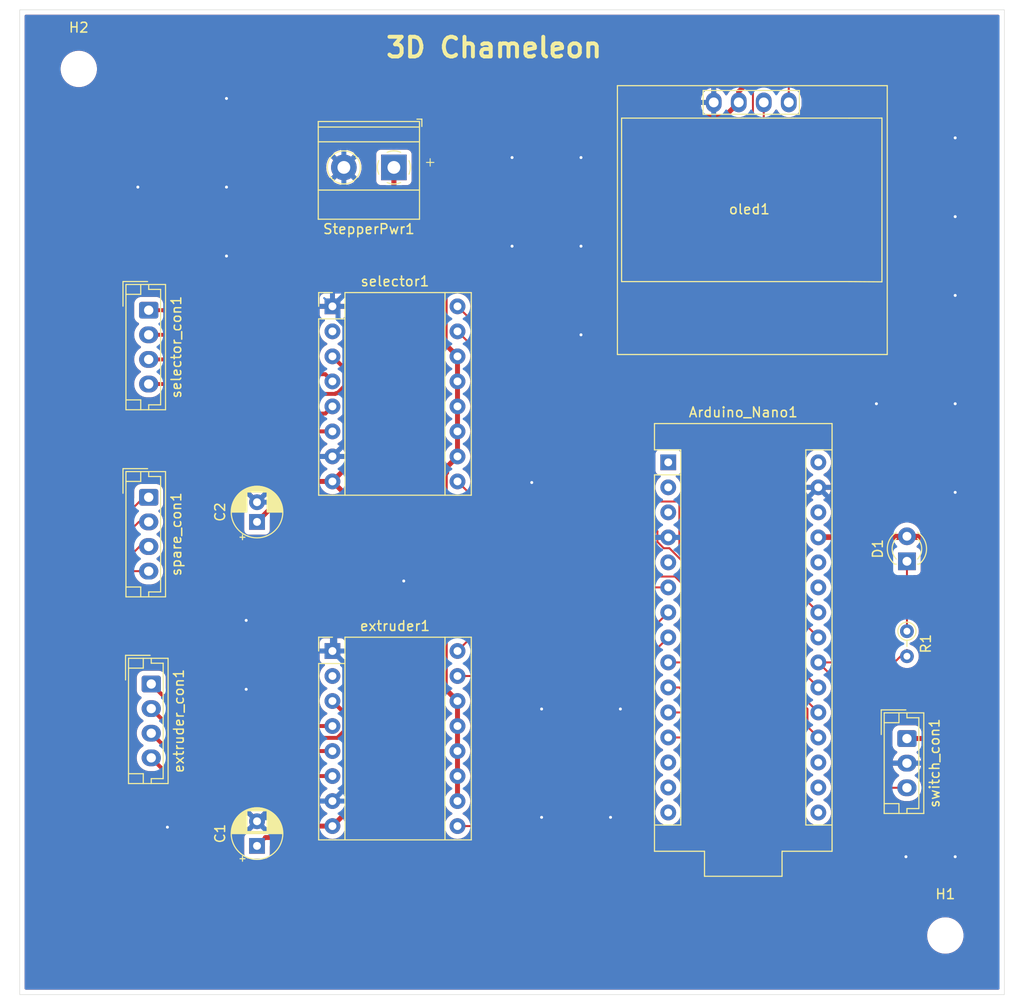
<source format=kicad_pcb>
(kicad_pcb (version 20240108) (generator "pcbnew") (generator_version "8.0")
  (layers (0 "F.Cu" signal) (31 "B.Cu" signal) (34 "B.Paste" user) (35 "F.Paste" user) (36 "B.SilkS" user "B.Silkscreen") (37 "F.SilkS" user "F.Silkscreen") (38 "B.Mask" user) (39 "F.Mask" user) (44 "Edge.Cuts" user))
  (net 0 "")
  (net 1 "GND")
  (net 2 "+12V")
  (net 3 "/extDir")
  (net 4 "/extEnable")
  (net 5 "/spare2")
  (net 6 "/spare1")
  (net 7 "/selEnable")
  (net 8 "/selStep")
  (net 9 "/trigger")
  (net 10 "/extStep")
  (net 11 "/spare3")
  (net 12 "/spare0")
  (net 13 "/setDir")
  (net 14 "Net-(D1-K)")
  (net 15 "/SDA")
  (net 16 "/SCK")
  (net 17 "Net-(extruder1-B1)")
  (net 18 "Net-(extruder1-B2)")
  (net 20 "Net-(extruder1-A1)")
  (net 21 "Net-(extruder1-A2)")
  (net 22 "Net-(selector1-A2)")
  (net 23 "Net-(selector1-B2)")
  (net 25 "Net-(selector1-B1)")
  (net 26 "Net-(selector1-A1)")
  (net 36 "Net-(Arduino_Nano1-+5V)")
  (footprint "SSD1306:128x64OLED" (layer "F.Cu") (at 174.1 70)
    (property "Reference" "oled1" (at 0 0.254 0) (layer "F.SilkS"))
    (property "Value" "SSD1306" (hide yes))
    (pad "1" thru_hole oval (at -3.62 -10.6 90) (size 2 1.6) (drill 1) (layers "*.Cu" "*.Mask") (net 1 "GND"))
    (pad "2" thru_hole oval (at -1.08 -10.6 90) (size 2 1.6) (drill 1) (layers "*.Cu" "*.Mask") (net 36 "Net-(Arduino_Nano1-+5V)"))
    (pad "3" thru_hole oval (at 1.46 -10.6 90) (size 2 1.6) (drill 1) (layers "*.Cu" "*.Mask") (net 16 "/SCK"))
    (pad "4" thru_hole oval (at 4 -10.6 90) (size 2 1.6) (drill 1) (layers "*.Cu" "*.Mask") (net 15 "/SDA"))
  )
  (footprint "Connector_JST:JST_EH_B4B-EH-A_1x04_P2.50mm_Vertical" (layer "F.Cu") (at 113.1 99.5 -90)
    (property "Reference" "spare_con1" (at 3.75 -2.8 90) (layer "F.SilkS"))
    (property "Value" "JST_connector")
    (pad "1" thru_hole roundrect (at 0 0 270) (size 1.7 1.95) (drill 0.95) (layers "*.Cu" "*.Mask") (roundrect_rratio 0.147059) (net 12 "/spare0"))
    (pad "2" thru_hole oval (at 2.5 0 270) (size 1.7 1.95) (drill 0.95) (layers "*.Cu" "*.Mask") (net 6 "/spare1"))
    (pad "3" thru_hole oval (at 5 0 270) (size 1.7 1.95) (drill 0.95) (layers "*.Cu" "*.Mask") (net 5 "/spare2"))
    (pad "4" thru_hole oval (at 7.5 0 270) (size 1.7 1.95) (drill 0.95) (layers "*.Cu" "*.Mask") (net 11 "/spare3"))
  )
  (footprint "MountingHole:MountingHole_3.2mm_M3" (layer "F.Cu") (at 194 144)
    (property "Reference" "H1" (at 0 -4.2 0) (layer "F.SilkS"))
    (property "Value" "MountingHole")
    (pad "" np_thru_hole circle (at 0 0) (size 3.2 3.2) (drill 3.2) (layers "*.Cu" "*.Mask"))
  )
  (footprint "Connector_JST:JST_EH_B3B-EH-A_1x03_P2.50mm_Vertical" (layer "F.Cu") (at 190.1 124 -90)
    (property "Reference" "switch_con1" (at 2.5 -2.8 90) (layer "F.SilkS"))
    (property "Value" "JST_connector")
    (pad "1" thru_hole roundrect (at 0 0 270) (size 1.7 1.95) (drill 0.95) (layers "*.Cu" "*.Mask") (roundrect_rratio 0.147059) (net 36 "Net-(Arduino_Nano1-+5V)"))
    (pad "2" thru_hole oval (at 2.5 0 270) (size 1.7 1.95) (drill 0.95) (layers "*.Cu" "*.Mask") (net 1 "GND"))
    (pad "3" thru_hole oval (at 5 0 270) (size 1.7 1.95) (drill 0.95) (layers "*.Cu" "*.Mask") (net 9 "/trigger"))
  )
  (footprint "Module:Pololu_Breakout-16_15.2x20.3mm" (layer "F.Cu") (at 131.76 115.11)
    (property "Reference" "extruder1" (at 6.35 -2.54 0) (layer "F.SilkS"))
    (property "Value" "Extruder_drv8825")
    (pad "1" thru_hole rect (at 0 0) (size 1.6 1.6) (drill 0.8) (layers "*.Cu" "*.Mask") (net 1 "GND"))
    (pad "2" thru_hole oval (at 0 2.54) (size 1.6 1.6) (drill 0.8) (layers "*.Cu" "*.Mask"))
    (pad "3" thru_hole oval (at 0 5.08) (size 1.6 1.6) (drill 0.8) (layers "*.Cu" "*.Mask") (net 21 "Net-(extruder1-A2)"))
    (pad "4" thru_hole oval (at 0 7.62) (size 1.6 1.6) (drill 0.8) (layers "*.Cu" "*.Mask") (net 20 "Net-(extruder1-A1)"))
    (pad "5" thru_hole oval (at 0 10.16) (size 1.6 1.6) (drill 0.8) (layers "*.Cu" "*.Mask") (net 17 "Net-(extruder1-B1)"))
    (pad "6" thru_hole oval (at 0 12.7) (size 1.6 1.6) (drill 0.8) (layers "*.Cu" "*.Mask") (net 18 "Net-(extruder1-B2)"))
    (pad "7" thru_hole oval (at 0 15.24) (size 1.6 1.6) (drill 0.8) (layers "*.Cu" "*.Mask") (net 1 "GND"))
    (pad "8" thru_hole oval (at 0 17.78) (size 1.6 1.6) (drill 0.8) (layers "*.Cu" "*.Mask") (net 2 "+12V"))
    (pad "9" thru_hole oval (at 12.7 17.78) (size 1.6 1.6) (drill 0.8) (layers "*.Cu" "*.Mask") (net 4 "/extEnable"))
    (pad "10" thru_hole oval (at 12.7 15.24) (size 1.6 1.6) (drill 0.8) (layers "*.Cu" "*.Mask") (net 36 "Net-(Arduino_Nano1-+5V)"))
    (pad "11" thru_hole oval (at 12.7 12.7) (size 1.6 1.6) (drill 0.8) (layers "*.Cu" "*.Mask") (net 36 "Net-(Arduino_Nano1-+5V)"))
    (pad "12" thru_hole oval (at 12.7 10.16) (size 1.6 1.6) (drill 0.8) (layers "*.Cu" "*.Mask") (net 36 "Net-(Arduino_Nano1-+5V)"))
    (pad "13" thru_hole oval (at 12.7 7.62) (size 1.6 1.6) (drill 0.8) (layers "*.Cu" "*.Mask") (net 36 "Net-(Arduino_Nano1-+5V)"))
    (pad "14" thru_hole oval (at 12.7 5.08) (size 1.6 1.6) (drill 0.8) (layers "*.Cu" "*.Mask") (net 36 "Net-(Arduino_Nano1-+5V)"))
    (pad "15" thru_hole oval (at 12.7 2.54) (size 1.6 1.6) (drill 0.8) (layers "*.Cu" "*.Mask") (net 10 "/extStep"))
    (pad "16" thru_hole oval (at 12.7 0) (size 1.6 1.6) (drill 0.8) (layers "*.Cu" "*.Mask") (net 3 "/extDir"))
  )
  (footprint "Connector_JST:JST_EH_B4B-EH-A_1x04_P2.50mm_Vertical" (layer "F.Cu") (at 113.1 80.5 -90)
    (property "Reference" "selector_con1" (at 3.75 -2.8 90) (layer "F.SilkS"))
    (property "Value" "JST_conncetor")
    (pad "1" thru_hole roundrect (at 0 0 270) (size 1.7 1.95) (drill 0.95) (layers "*.Cu" "*.Mask") (roundrect_rratio 0.147059) (net 26 "Net-(selector1-A1)"))
    (pad "2" thru_hole oval (at 2.5 0 270) (size 1.7 1.95) (drill 0.95) (layers "*.Cu" "*.Mask") (net 22 "Net-(selector1-A2)"))
    (pad "3" thru_hole oval (at 5 0 270) (size 1.7 1.95) (drill 0.95) (layers "*.Cu" "*.Mask") (net 25 "Net-(selector1-B1)"))
    (pad "4" thru_hole oval (at 7.5 0 270) (size 1.7 1.95) (drill 0.95) (layers "*.Cu" "*.Mask") (net 23 "Net-(selector1-B2)"))
  )
  (footprint "Connector_JST:JST_EH_B4B-EH-A_1x04_P2.50mm_Vertical" (layer "F.Cu") (at 113.36 118.46 -90)
    (property "Reference" "extruder_con1" (at 3.75 -2.8 90) (layer "F.SilkS"))
    (property "Value" "JST_connector")
    (pad "1" thru_hole roundrect (at 0 0 270) (size 1.7 1.95) (drill 0.95) (layers "*.Cu" "*.Mask") (roundrect_rratio 0.147059) (net 20 "Net-(extruder1-A1)"))
    (pad "2" thru_hole oval (at 2.5 0 270) (size 1.7 1.95) (drill 0.95) (layers "*.Cu" "*.Mask") (net 21 "Net-(extruder1-A2)"))
    (pad "3" thru_hole oval (at 5 0 270) (size 1.7 1.95) (drill 0.95) (layers "*.Cu" "*.Mask") (net 17 "Net-(extruder1-B1)"))
    (pad "4" thru_hole oval (at 7.5 0 270) (size 1.7 1.95) (drill 0.95) (layers "*.Cu" "*.Mask") (net 18 "Net-(extruder1-B2)"))
  )
  (footprint "TerminalBlock_Phoenix:TerminalBlock_Phoenix_MKDS-1,5-2-5.08_1x02_P5.08mm_Horizontal" (layer "F.Cu") (at 138 66 180)
    (property "Reference" "StepperPwr1" (at 2.54 -6.26 180) (layer "F.SilkS"))
    (property "Value" "Screw_Terminal_01x02")
    (pad "1" thru_hole rect (at 0 0 180) (size 2.6 2.6) (drill 1.3) (layers "*.Cu" "*.Mask") (net 2 "+12V"))
    (pad "2" thru_hole circle (at 5.08 0 180) (size 2.6 2.6) (drill 1.3) (layers "*.Cu" "*.Mask") (net 1 "GND"))
  )
  (footprint "Capacitor_THT:CP_Radial_D5.0mm_P2.50mm" (layer "F.Cu") (at 124.1 134.9 90)
    (property "Reference" "C1" (at 1.25 -3.75 90) (layer "F.SilkS"))
    (property "Value" "100uF")
    (pad "1" thru_hole rect (at 0 0 90) (size 1.6 1.6) (drill 0.8) (layers "*.Cu" "*.Mask") (net 2 "+12V"))
    (pad "2" thru_hole circle (at 2.5 0 90) (size 1.6 1.6) (drill 0.8) (layers "*.Cu" "*.Mask") (net 1 "GND"))
  )
  (footprint "MountingHole:MountingHole_3.2mm_M3" (layer "F.Cu") (at 106 56)
    (property "Reference" "H2" (at 0 -4.2 0) (layer "F.SilkS"))
    (property "Value" "MountingHole")
    (pad "" np_thru_hole circle (at 0 0) (size 3.2 3.2) (drill 3.2) (layers "*.Cu" "*.Mask"))
  )
  (footprint "Arduino:Arduino_Nano_Every" (layer "F.Cu") (at 165.86 95.95)
    (property "Reference" "Arduino_Nano1" (at 7.62 -5.08 0) (layer "F.SilkS"))
    (property "Value" "Arduino_Nano_Every")
    (pad "1" thru_hole rect (at 0 0) (size 1.6 1.6) (drill 0.8) (layers "*.Cu" "*.Mask"))
    (pad "2" thru_hole oval (at 0 2.54) (size 1.6 1.6) (drill 0.8) (layers "*.Cu" "*.Mask"))
    (pad "3" thru_hole oval (at 0 5.08) (size 1.6 1.6) (drill 0.8) (layers "*.Cu" "*.Mask"))
    (pad "4" thru_hole oval (at 0 7.62) (size 1.6 1.6) (drill 0.8) (layers "*.Cu" "*.Mask") (net 1 "GND"))
    (pad "5" thru_hole oval (at 0 10.16) (size 1.6 1.6) (drill 0.8) (layers "*.Cu" "*.Mask"))
    (pad "6" thru_hole oval (at 0 12.7) (size 1.6 1.6) (drill 0.8) (layers "*.Cu" "*.Mask") (net 3 "/extDir"))
    (pad "7" thru_hole oval (at 0 15.24) (size 1.6 1.6) (drill 0.8) (layers "*.Cu" "*.Mask") (net 10 "/extStep"))
    (pad "8" thru_hole oval (at 0 17.78) (size 1.6 1.6) (drill 0.8) (layers "*.Cu" "*.Mask") (net 4 "/extEnable"))
    (pad "9" thru_hole oval (at 0 20.32) (size 1.6 1.6) (drill 0.8) (layers "*.Cu" "*.Mask") (net 12 "/spare0"))
    (pad "10" thru_hole oval (at 0 22.86) (size 1.6 1.6) (drill 0.8) (layers "*.Cu" "*.Mask") (net 6 "/spare1"))
    (pad "11" thru_hole oval (at 0 25.4) (size 1.6 1.6) (drill 0.8) (layers "*.Cu" "*.Mask") (net 5 "/spare2"))
    (pad "12" thru_hole oval (at 0 27.94) (size 1.6 1.6) (drill 0.8) (layers "*.Cu" "*.Mask") (net 11 "/spare3"))
    (pad "13" thru_hole oval (at 0 30.48) (size 1.6 1.6) (drill 0.8) (layers "*.Cu" "*.Mask"))
    (pad "14" thru_hole oval (at 0 33.02) (size 1.6 1.6) (drill 0.8) (layers "*.Cu" "*.Mask"))
    (pad "15" thru_hole oval (at 0 35.56) (size 1.6 1.6) (drill 0.8) (layers "*.Cu" "*.Mask"))
    (pad "16" thru_hole oval (at 15.24 35.56) (size 1.6 1.6) (drill 0.8) (layers "*.Cu" "*.Mask"))
    (pad "17" thru_hole oval (at 15.24 33.02) (size 1.6 1.6) (drill 0.8) (layers "*.Cu" "*.Mask"))
    (pad "18" thru_hole oval (at 15.24 30.48) (size 1.6 1.6) (drill 0.8) (layers "*.Cu" "*.Mask"))
    (pad "19" thru_hole oval (at 15.24 27.94) (size 1.6 1.6) (drill 0.8) (layers "*.Cu" "*.Mask") (net 7 "/selEnable"))
    (pad "20" thru_hole oval (at 15.24 25.4) (size 1.6 1.6) (drill 0.8) (layers "*.Cu" "*.Mask") (net 8 "/selStep"))
    (pad "21" thru_hole oval (at 15.24 22.86) (size 1.6 1.6) (drill 0.8) (layers "*.Cu" "*.Mask") (net 13 "/setDir"))
    (pad "22" thru_hole oval (at 15.24 20.32) (size 1.6 1.6) (drill 0.8) (layers "*.Cu" "*.Mask") (net 9 "/trigger"))
    (pad "23" thru_hole oval (at 15.24 17.78) (size 1.6 1.6) (drill 0.8) (layers "*.Cu" "*.Mask") (net 15 "/SDA"))
    (pad "24" thru_hole oval (at 15.24 15.24) (size 1.6 1.6) (drill 0.8) (layers "*.Cu" "*.Mask") (net 16 "/SCK"))
    (pad "25" thru_hole oval (at 15.24 12.7) (size 1.6 1.6) (drill 0.8) (layers "*.Cu" "*.Mask"))
    (pad "26" thru_hole oval (at 15.24 10.16) (size 1.6 1.6) (drill 0.8) (layers "*.Cu" "*.Mask"))
    (pad "27" thru_hole oval (at 15.24 7.62) (size 1.6 1.6) (drill 0.8) (layers "*.Cu" "*.Mask") (net 36 "Net-(Arduino_Nano1-+5V)"))
    (pad "28" thru_hole oval (at 15.24 5.08) (size 1.6 1.6) (drill 0.8) (layers "*.Cu" "*.Mask"))
    (pad "29" thru_hole oval (at 15.24 2.54) (size 1.6 1.6) (drill 0.8) (layers "*.Cu" "*.Mask") (net 1 "GND"))
    (pad "30" thru_hole oval (at 15.24 0) (size 1.6 1.6) (drill 0.8) (layers "*.Cu" "*.Mask"))
  )
  (footprint "LED_THT:LED_D3.0mm" (layer "F.Cu") (at 190.1 106 90)
    (property "Reference" "D1" (at 1.27 -2.96 90) (layer "F.SilkS"))
    (property "Value" "LED")
    (pad "1" thru_hole rect (at 0 0 90) (size 1.8 1.8) (drill 0.9) (layers "*.Cu" "*.Mask") (net 14 "Net-(D1-K)"))
    (pad "2" thru_hole circle (at 2.54 0 90) (size 1.8 1.8) (drill 0.9) (layers "*.Cu" "*.Mask") (net 36 "Net-(Arduino_Nano1-+5V)"))
  )
  (footprint "Module:Pololu_Breakout-16_15.2x20.3mm" (layer "F.Cu") (at 131.76 80.11)
    (property "Reference" "selector1" (at 6.35 -2.54 0) (layer "F.SilkS"))
    (property "Value" "Selector_drv8825")
    (pad "1" thru_hole rect (at 0 0) (size 1.6 1.6) (drill 0.8) (layers "*.Cu" "*.Mask") (net 1 "GND"))
    (pad "2" thru_hole oval (at 0 2.54) (size 1.6 1.6) (drill 0.8) (layers "*.Cu" "*.Mask"))
    (pad "3" thru_hole oval (at 0 5.08) (size 1.6 1.6) (drill 0.8) (layers "*.Cu" "*.Mask") (net 22 "Net-(selector1-A2)"))
    (pad "4" thru_hole oval (at 0 7.62) (size 1.6 1.6) (drill 0.8) (layers "*.Cu" "*.Mask") (net 26 "Net-(selector1-A1)"))
    (pad "5" thru_hole oval (at 0 10.16) (size 1.6 1.6) (drill 0.8) (layers "*.Cu" "*.Mask") (net 25 "Net-(selector1-B1)"))
    (pad "6" thru_hole oval (at 0 12.7) (size 1.6 1.6) (drill 0.8) (layers "*.Cu" "*.Mask") (net 23 "Net-(selector1-B2)"))
    (pad "7" thru_hole oval (at 0 15.24) (size 1.6 1.6) (drill 0.8) (layers "*.Cu" "*.Mask") (net 1 "GND"))
    (pad "8" thru_hole oval (at 0 17.78) (size 1.6 1.6) (drill 0.8) (layers "*.Cu" "*.Mask") (net 2 "+12V"))
    (pad "9" thru_hole oval (at 12.7 17.78) (size 1.6 1.6) (drill 0.8) (layers "*.Cu" "*.Mask") (net 7 "/selEnable"))
    (pad "10" thru_hole oval (at 12.7 15.24) (size 1.6 1.6) (drill 0.8) (layers "*.Cu" "*.Mask") (net 36 "Net-(Arduino_Nano1-+5V)"))
    (pad "11" thru_hole oval (at 12.7 12.7) (size 1.6 1.6) (drill 0.8) (layers "*.Cu" "*.Mask") (net 36 "Net-(Arduino_Nano1-+5V)"))
    (pad "12" thru_hole oval (at 12.7 10.16) (size 1.6 1.6) (drill 0.8) (layers "*.Cu" "*.Mask") (net 36 "Net-(Arduino_Nano1-+5V)"))
    (pad "13" thru_hole oval (at 12.7 7.62) (size 1.6 1.6) (drill 0.8) (layers "*.Cu" "*.Mask") (net 36 "Net-(Arduino_Nano1-+5V)"))
    (pad "14" thru_hole oval (at 12.7 5.08) (size 1.6 1.6) (drill 0.8) (layers "*.Cu" "*.Mask") (net 36 "Net-(Arduino_Nano1-+5V)"))
    (pad "15" thru_hole oval (at 12.7 2.54) (size 1.6 1.6) (drill 0.8) (layers "*.Cu" "*.Mask") (net 8 "/selStep"))
    (pad "16" thru_hole oval (at 12.7 0) (size 1.6 1.6) (drill 0.8) (layers "*.Cu" "*.Mask") (net 13 "/setDir"))
  )
  (footprint "Capacitor_THT:CP_Radial_D5.0mm_P2.00mm" (layer "F.Cu") (at 124.1 102 90)
    (property "Reference" "C2" (at 1 -3.75 90) (layer "F.SilkS"))
    (property "Value" "100uF")
    (pad "1" thru_hole rect (at 0 0 90) (size 1.6 1.6) (drill 0.8) (layers "*.Cu" "*.Mask") (net 2 "+12V"))
    (pad "2" thru_hole circle (at 2 0 90) (size 1.6 1.6) (drill 0.8) (layers "*.Cu" "*.Mask") (net 1 "GND"))
  )
  (footprint "Resistor_THT:R_Axial_DIN0204_L3.6mm_D1.6mm_P2.54mm_Vertical" (layer "F.Cu") (at 190.1 113.1 -90)
    (property "Reference" "R1" (at 1.27 -1.92 -90) (layer "F.SilkS"))
    (property "Value" "470")
    (pad "1" thru_hole circle (at 0 0 270) (size 1.4 1.4) (drill 0.7) (layers "*.Cu" "*.Mask") (net 14 "Net-(D1-K)"))
    (pad "2" thru_hole oval (at 2.54 0 270) (size 1.4 1.4) (drill 0.7) (layers "*.Cu" "*.Mask") (net 9 "/trigger"))
  )
  (gr_rect (start 100 50) (end 200 150) (stroke (width 0.05)) (fill none) (layer "Edge.Cuts"))
  (gr_text "+" (at 141 66 0) (layer "F.SilkS") (effects (font (size 1 1) (thickness 0.1)) (justify left bottom)))
  (gr_text "3D Chameleon" (at 137 55 0) (layer "F.SilkS") (effects (font (size 2 2) (thickness 0.4) (bold yes)) (justify left bottom)))
  (via (at 121 59) (size 0.6) (drill 0.3) (layers "F.Cu" "B.Cu") (net 1))
  (via (at 195 90) (size 0.6) (drill 0.3) (layers "F.Cu" "B.Cu") (net 1))
  (via (at 195 63) (size 0.6) (drill 0.3) (layers "F.Cu" "B.Cu") (net 1))
  (via (at 150 65) (size 0.6) (drill 0.3) (layers "F.Cu" "B.Cu") (net 1))
  (via (at 195 99) (size 0.6) (drill 0.3) (layers "F.Cu" "B.Cu") (net 1))
  (via (at 195 136) (size 0.6) (drill 0.3) (layers "F.Cu" "B.Cu") (net 1))
  (via (at 195 79) (size 0.6) (drill 0.3) (layers "F.Cu" "B.Cu") (net 1))
  (via (at 161 121) (size 0.6) (drill 0.3) (layers "F.Cu" "B.Cu") (net 1))
  (via (at 157 65) (size 0.6) (drill 0.3) (layers "F.Cu" "B.Cu") (net 1))
  (via (at 139 108) (size 0.6) (drill 0.3) (layers "F.Cu" "B.Cu") (net 1))
  (via (at 123 119) (size 0.6) (drill 0.3) (layers "F.Cu" "B.Cu") (net 1))
  (via (at 152 98) (size 0.6) (drill 0.3) (layers "F.Cu" "B.Cu") (net 1))
  (via (at 150 74) (size 0.6) (drill 0.3) (layers "F.Cu" "B.Cu") (net 1))
  (via (at 112 68) (size 0.6) (drill 0.3) (layers "F.Cu" "B.Cu") (net 1))
  (via (at 195 71) (size 0.6) (drill 0.3) (layers "F.Cu" "B.Cu") (net 1))
  (via (at 115 133) (size 0.6) (drill 0.3) (layers "F.Cu" "B.Cu") (net 1))
  (via (at 187 90) (size 0.6) (drill 0.3) (layers "F.Cu" "B.Cu") (net 1))
  (via (at 123 112) (size 0.6) (drill 0.3) (layers "F.Cu" "B.Cu") (net 1))
  (via (at 121 75) (size 0.6) (drill 0.3) (layers "F.Cu" "B.Cu") (net 1))
  (via (at 153 132) (size 0.6) (drill 0.3) (layers "F.Cu" "B.Cu") (net 1))
  (via (at 157 83) (size 0.6) (drill 0.3) (layers "F.Cu" "B.Cu") (net 1))
  (via (at 153 121) (size 0.6) (drill 0.3) (layers "F.Cu" "B.Cu") (net 1))
  (via (at 160 132) (size 0.6) (drill 0.3) (layers "F.Cu" "B.Cu") (net 1))
  (via (at 157 74) (size 0.6) (drill 0.3) (layers "F.Cu" "B.Cu") (net 1))
  (via (at 121 68) (size 0.6) (drill 0.3) (layers "F.Cu" "B.Cu") (net 1))
  (via (at 190 136) (size 0.6) (drill 0.3) (layers "F.Cu" "B.Cu") (net 1))
  (segment (start 131.76 80.11) (end 132.325 80.675) (width 0.5) (layer "B.Cu") (net 1))
  (segment (start 132.96 82) (end 133.01 82.05) (width 0.5) (layer "B.Cu") (net 1))
  (segment (start 170.48 59.4) (end 134.6 59.4) (width 0.5) (layer "B.Cu") (net 1))
  (segment (start 133.01 82.05) (end 133.01 94) (width 0.5) (layer "B.Cu") (net 1))
  (segment (start 128 130.35) (end 126.75 130.35) (width 0.5) (layer "B.Cu") (net 1))
  (segment (start 129.23137 104) (end 125.23137 100) (width 0.5) (layer "B.Cu") (net 1))
  (segment (start 127 130.35) (end 126.75 130.35) (width 0.4) (layer "B.Cu") (net 1))
  (segment (start 132 104) (end 132 114.87) (width 0.5) (layer "B.Cu") (net 1))
  (segment (start 185.69 99.59) (end 186.1 100) (width 0.5) (layer "B.Cu") (net 1))
  (segment (start 186.1 100) (end 186.1 125) (width 0.5) (layer "B.Cu") (net 1))
  (segment (start 131.76 115.11) (end 131.76 115) (width 0.4) (layer "B.Cu") (net 1))
  (segment (start 125.05 132.05) (end 124.1 133) (width 0.2) (layer "B.Cu") (net 1))
  (segment (start 132.92 78.95) (end 131.76 80.11) (width 0.5) (layer "B.Cu") (net 1))
  (segment (start 186.1 126) (end 186.6 126.5) (width 0.5) (layer "B.Cu") (net 1))
  (segment (start 132.825 116.175) (end 133.01 116.36) (width 0.5) (layer "B.Cu") (net 1))
  (segment (start 134.6 59.4) (end 132.92 61.08) (width 0.5) (layer "B.Cu") (net 1))
  (segment (start 132 114.87) (end 131.76 115.11) (width 0.5) (layer "B.Cu") (net 1))
  (segment (start 186.1 125) (end 186.1 126) (width 0.5) (layer "B.Cu") (net 1))
  (segment (start 186.6 126.5) (end 190.1 126.5) (width 0.5) (layer "B.Cu") (net 1))
  (segment (start 132.92 61.08) (end 132.92 66) (width 0.5) (layer "B.Cu") (net 1))
  (segment (start 125.23137 100) (end 124.1 100) (width 0.5) (layer "B.Cu") (net 1))
  (segment (start 125.05 132.05) (end 124.45 132.05) (width 0.4) (layer "B.Cu") (net 1))
  (segment (start 130.92 79.27) (end 131.76 80.11) (width 0.2) (layer "B.Cu") (net 1))
  (segment (start 165.86 103.57) (end 175 103.57) (width 0.4) (layer "B.Cu") (net 1))
  (segment (start 132.96 129.15) (end 131.76 130.35) (width 0.4) (layer "B.Cu") (net 1))
  (segment (start 128.75 95.35) (end 124.1 100) (width 0.5) (layer "B.Cu") (net 1))
  (segment (start 131.76 95.35) (end 128.75 95.35) (width 0.5) (layer "B.Cu") (net 1))
  (segment (start 164 103.57) (end 176.02 103.57) (width 0.5) (layer "B.Cu") (net 1))
  (segment (start 132.92 66) (end 132.92 78.95) (width 0.5) (layer "B.Cu") (net 1))
  (segment (start 133.01 94.1) (end 131.76 95.35) (width 0.5) (layer "B.Cu") (net 1))
  (segment (start 175 103.57) (end 176.02 103.57) (width 0.5) (layer "B.Cu") (net 1))
  (segment (start 133.01 116.36) (end 133.01 129) (width 0.5) (layer "B.Cu") (net 1))
  (segment (start 132 104) (end 163.57 104) (width 0.5) (layer "B.Cu") (net 1))
  (segment (start 133.01 94) (end 133.01 94.1) (width 0.5) (layer "B.Cu") (net 1))
  (segment (start 132.96 116.31) (end 132.96 129.15) (width 0.4) (layer "B.Cu") (net 1))
  (segment (start 128 130.35) (end 127 130.35) (width 0.5) (layer "B.Cu") (net 1))
  (segment (start 132.325 81.365) (end 132.96 82) (width 0.5) (layer "B.Cu") (net 1))
  (segment (start 133.01 129.1) (end 132.96 129.15) (width 0.5) (layer "B.Cu") (net 1))
  (segment (start 181.805 99.195) (end 182.2 99.59) (width 0.5) (layer "B.Cu") (net 1))
  (segment (start 181.1 98.49) (end 181.805 99.195) (width 0.5) (layer "B.Cu") (net 1))
  (segment (start 132 104) (end 129.23137 104) (width 0.5) (layer "B.Cu") (net 1))
  (segment (start 164 103.57) (end 165.86 103.57) (width 0.5) (layer "B.Cu") (net 1))
  (segment (start 133.01 129.1) (end 131.76 130.35) (width 0.5) (layer "B.Cu") (net 1))
  (segment (start 124.45 132.05) (end 124.1 132.4) (width 0.4) (layer "B.Cu") (net 1))
  (segment (start 163.57 104) (end 164 103.57) (width 0.5) (layer "B.Cu") (net 1))
  (segment (start 133.01 129) (end 133.01 129.1) (width 0.5) (layer "B.Cu") (net 1))
  (segment (start 176.02 103.57) (end 176.295 103.295) (width 0.2) (layer "B.Cu") (net 1))
  (segment (start 126.75 130.35) (end 125.05 132.05) (width 0.5) (layer "B.Cu") (net 1))
  (segment (start 131.76 115.11) (end 132.825 116.175) (width 0.5) (layer "B.Cu") (net 1))
  (segment (start 176.295 103.295) (end 181.1 98.49) (width 0.4) (layer "B.Cu") (net 1))
  (segment (start 182.2 99.59) (end 185.69 99.59) (width 0.5) (layer "B.Cu") (net 1))
  (segment (start 133.01 94.1) (end 132.96 94.15) (width 0.5) (layer "B.Cu") (net 1))
  (segment (start 132.325 80.675) (end 132.325 81.365) (width 0.5) (layer "B.Cu") (net 1))
  (segment (start 132.96 94.15) (end 131.76 95.35) (width 0.4) (layer "B.Cu") (net 1))
  (segment (start 176.02 103.57) (end 181.1 98.49) (width 0.5) (layer "B.Cu") (net 1))
  (segment (start 131.76 130.35) (end 128 130.35) (width 0.5) (layer "B.Cu") (net 1))
  (segment (start 132.825 116.175) (end 132.96 116.31) (width 0.5) (layer "B.Cu") (net 1))
  (segment (start 134 130.65) (end 131.76 132.89) (width 0.5) (layer "F.Cu") (net 2))
  (segment (start 124.95 134.05) (end 124.1 134.9) (width 0.4) (layer "F.Cu") (net 2))
  (segment (start 131.76 97.89) (end 128.21 97.89) (width 0.5) (layer "F.Cu") (net 2))
  (segment (start 127.21 132.89) (end 126.05 134.05) (width 0.5) (layer "F.Cu") (net 2))
  (segment (start 138 91.65) (end 131.76 97.89) (width 0.5) (layer "F.Cu") (net 2))
  (segment (start 128 132.89) (end 127.21 132.89) (width 0.5) (layer "F.Cu") (net 2))
  (segment (start 131.76 97.89) (end 134 100.13) (width 0.5) (layer "F.Cu") (net 2))
  (segment (start 131.76 132.89) (end 128 132.89) (width 0.5) (layer "F.Cu") (net 2))
  (segment (start 138 66) (end 138 91.65) (width 0.5) (layer "F.Cu") (net 2))
  (segment (start 138 71) (end 138 66) (width 0.5) (layer "F.Cu") (net 2))
  (segment (start 126.05 134.05) (end 124.95 134.05) (width 0.5) (layer "F.Cu") (net 2))
  (segment (start 138 71) (end 138 91.65) (width 0.4) (layer "F.Cu") (net 2))
  (segment (start 134 100.13) (end 134 130.65) (width 0.5) (layer "F.Cu") (net 2))
  (segment (start 128.21 97.89) (end 124.1 102) (width 0.5) (layer "F.Cu") (net 2))
  (segment (start 165.86 108.65) (end 150.92 108.65) (width 0.2) (layer "F.Cu") (net 3))
  (segment (start 150.92 108.65) (end 144.46 115.11) (width 0.2) (layer "F.Cu") (net 3))
  (segment (start 146.7 132.89) (end 144.46 132.89) (width 0.2) (layer "F.Cu") (net 4))
  (segment (start 165.86 113.73) (end 146.7 132.89) (width 0.2) (layer "F.Cu") (net 4))
  (segment (start 165.86 121.35) (end 168.45 121.35) (width 0.2) (layer "F.Cu") (net 5))
  (segment (start 169.1 139) (end 168.1 140) (width 0.2) (layer "F.Cu") (net 5))
  (segment (start 169.1 122) (end 169.1 139) (width 0.2) (layer "F.Cu") (net 5))
  (segment (start 112.175 104.5) (end 113.1 104.5) (width 0.2) (layer "F.Cu") (net 5))
  (segment (start 168.1 140) (end 108.1 140) (width 0.2) (layer "F.Cu") (net 5))
  (segment (start 168.45 121.35) (end 169.1 122) (width 0.2) (layer "F.Cu") (net 5))
  (segment (start 107.1 139) (end 107.1 109.575) (width 0.2) (layer "F.Cu") (net 5))
  (segment (start 107.1 109.575) (end 112.175 104.5) (width 0.2) (layer "F.Cu") (net 5))
  (segment (start 108.1 140) (end 107.1 139) (width 0.2) (layer "F.Cu") (net 5))
  (segment (start 165.86 118.81) (end 166.99137 118.81) (width 0.2) (layer "F.Cu") (net 6))
  (segment (start 106.1 141) (end 106.1 108) (width 0.2) (layer "F.Cu") (net 6))
  (segment (start 112.1 102) (end 113.1 102) (width 0.2) (layer "F.Cu") (net 6))
  (segment (start 169.1 119) (end 171.1 121) (width 0.2) (layer "F.Cu") (net 6))
  (segment (start 166.99137 118.81) (end 167.18137 119) (width 0.2) (layer "F.Cu") (net 6))
  (segment (start 171.1 121) (end 171.1 141) (width 0.2) (layer "F.Cu") (net 6))
  (segment (start 167.18137 119) (end 169.1 119) (width 0.2) (layer "F.Cu") (net 6))
  (segment (start 107.1 142) (end 106.1 141) (width 0.2) (layer "F.Cu") (net 6))
  (segment (start 106.1 108) (end 112.1 102) (width 0.2) (layer "F.Cu") (net 6))
  (segment (start 171.1 141) (end 170.1 142) (width 0.2) (layer "F.Cu") (net 6))
  (segment (start 170.1 142) (end 107.1 142) (width 0.2) (layer "F.Cu") (net 6))
  (segment (start 180 121) (end 180 122.79) (width 0.2) (layer "F.Cu") (net 7))
  (segment (start 144.46 97.89) (end 154.12 107.55) (width 0.2) (layer "F.Cu") (net 7))
  (segment (start 180 122.79) (end 181.1 123.89) (width 0.2) (layer "F.Cu") (net 7))
  (segment (start 154.12 107.55) (end 166.55 107.55) (width 0.2) (layer "F.Cu") (net 7))
  (segment (start 166.55 107.55) (end 180 121) (width 0.2) (layer "F.Cu") (net 7))
  (segment (start 179.1 119.35) (end 181.1 121.35) (width 0.2) (layer "F.Cu") (net 8))
  (segment (start 179.1 117.794365) (end 179.1 119.35) (width 0.2) (layer "F.Cu") (net 8))
  (segment (start 165.975635 104.67) (end 179.1 117.794365) (width 0.2) (layer "F.Cu") (net 8))
  (segment (start 164.76 104.025635) (end 165.404365 104.67) (width 0.2) (layer "F.Cu") (net 8))
  (segment (start 165.404365 104.67) (end 165.975635 104.67) (width 0.2) (layer "F.Cu") (net 8))
  (segment (start 144.46 82.65) (end 164.76 102.95) (width 0.2) (layer "F.Cu") (net 8))
  (segment (start 164.76 102.95) (end 164.76 104.025635) (width 0.2) (layer "F.Cu") (net 8))
  (segment (start 185.1 120.27) (end 185.1 129) (width 0.2) (layer "F.Cu") (net 9))
  (segment (start 181.1 116.27) (end 188.83 116.27) (width 0.2) (layer "F.Cu") (net 9))
  (segment (start 185.1 129) (end 190.1 129) (width 0.2) (layer "F.Cu") (net 9))
  (segment (start 188.83 116.27) (end 190.1 115) (width 0.2) (layer "F.Cu") (net 9))
  (segment (start 181.1 116.27) (end 185.1 120.27) (width 0.2) (layer "F.Cu") (net 9))
  (segment (start 165.86 111.19) (end 159.4 117.65) (width 0.2) (layer "F.Cu") (net 10))
  (segment (start 159.4 117.65) (end 144.46 117.65) (width 0.2) (layer "F.Cu") (net 10))
  (segment (start 167.1 138) (end 109.1 138) (width 0.2) (layer "F.Cu") (net 11))
  (segment (start 168.1 124) (end 168.1 137) (width 0.2) (layer "F.Cu") (net 11))
  (segment (start 165.86 123.89) (end 167.99 123.89) (width 0.2) (layer "F.Cu") (net 11))
  (segment (start 168.1 137) (end 167.1 138) (width 0.2) (layer "F.Cu") (net 11))
  (segment (start 109.1 138) (end 108.1 137) (width 0.2) (layer "F.Cu") (net 11))
  (segment (start 108.1 137) (end 108.1 110) (width 0.2) (layer "F.Cu") (net 11))
  (segment (start 111.1 107) (end 113.1 107) (width 0.2) (layer "F.Cu") (net 11))
  (segment (start 167.99 123.89) (end 168.1 124) (width 0.2) (layer "F.Cu") (net 11))
  (segment (start 108.1 110) (end 111.1 107) (width 0.2) (layer "F.Cu") (net 11))
  (segment (start 170.1 144) (end 106.1 144) (width 0.2) (layer "F.Cu") (net 12))
  (segment (start 106.1 144) (end 105.1 143) (width 0.2) (layer "F.Cu") (net 12))
  (segment (start 105.1 107) (end 112.6 99.5) (width 0.2) (layer "F.Cu") (net 12))
  (segment (start 105.1 143) (end 105.1 107) (width 0.2) (layer "F.Cu") (net 12))
  (segment (start 165.86 116.27) (end 171.37 116.27) (width 0.2) (layer "F.Cu") (net 12))
  (segment (start 171.37 116.27) (end 172.1 117) (width 0.2) (layer "F.Cu") (net 12))
  (segment (start 172.1 142) (end 170.1 144) (width 0.2) (layer "F.Cu") (net 12))
  (segment (start 112.6 99.5) (end 113.1 99.5) (width 0.2) (layer "F.Cu") (net 12))
  (segment (start 172.1 117) (end 172.1 142) (width 0.2) (layer "F.Cu") (net 12))
  (segment (start 166.99 99.93) (end 166.99 104.7) (width 0.2) (layer "F.Cu") (net 13))
  (segment (start 144.46 80.11) (end 164.28 99.93) (width 0.2) (layer "F.Cu") (net 13))
  (segment (start 166.99 104.7) (end 181.1 118.81) (width 0.2) (layer "F.Cu") (net 13))
  (segment (start 164.28 99.93) (end 166.99 99.93) (width 0.2) (layer "F.Cu") (net 13))
  (segment (start 190.1 113.1) (end 190.1 106) (width 0.2) (layer "F.Cu") (net 14))
  (segment (start 178 57) (end 175.1 57) (width 0.2) (layer "F.Cu") (net 15))
  (segment (start 174.46 107.09) (end 181.1 113.73) (width 0.2) (layer "F.Cu") (net 15))
  (segment (start 175.1 57) (end 174.46 57.64) (width 0.2) (layer "F.Cu") (net 15))
  (segment (start 178.1 59.4) (end 178.1 57.1) (width 0.2) (layer "F.Cu") (net 15))
  (segment (start 178.1 57.1) (end 178 57) (width 0.2) (layer "F.Cu") (net 15))
  (segment (start 174.46 57.64) (end 174.46 107.09) (width 0.2) (layer "F.Cu") (net 15))
  (segment (start 175.56 59.4) (end 175.56 105.65) (width 0.2) (layer "F.Cu") (net 16))
  (segment (start 175.56 105.65) (end 181.1 111.19) (width 0.2) (layer "F.Cu") (net 16))
  (segment (start 115.17 125.27) (end 131.76 125.27) (width 0.4) (layer "F.Cu") (net 17))
  (segment (start 113.36 123.46) (end 115.17 125.27) (width 0.4) (layer "F.Cu") (net 17))
  (segment (start 113.36 125.96) (end 115.21 127.81) (width 0.4) (layer "F.Cu") (net 18))
  (segment (start 115.21 127.81) (end 131.76 127.81) (width 0.4) (layer "F.Cu") (net 18))
  (segment (start 113.36 118.46) (end 117.63 122.73) (width 0.4) (layer "F.Cu") (net 20))
  (segment (start 117.63 122.73) (end 131.76 122.73) (width 0.4) (layer "F.Cu") (net 20))
  (segment (start 132.96 121.39) (end 131.76 120.19) (width 0.4) (layer "F.Cu") (net 21))
  (segment (start 113.36 120.96) (end 116.33 123.93) (width 0.4) (layer "F.Cu") (net 21))
  (segment (start 116.33 123.93) (end 132.257057 123.93) (width 0.4) (layer "F.Cu") (net 21))
  (segment (start 131.76 120.19) (end 132.76 121.19) (width 0.4) (layer "F.Cu") (net 21))
  (segment (start 132.96 123.227057) (end 132.96 121.39) (width 0.4) (layer "F.Cu") (net 21))
  (segment (start 132.257057 123.93) (end 132.96 123.227057) (width 0.4) (layer "F.Cu") (net 21))
  (segment (start 115 83) (end 121 89) (width 0.4) (layer "F.Cu") (net 22))
  (segment (start 132.96 88.227057) (end 132.96 86.39) (width 0.4) (layer "F.Cu") (net 22))
  (segment (start 113.1 83) (end 115 83) (width 0.4) (layer "F.Cu") (net 22))
  (segment (start 132.115635 88.93) (end 132.257057 88.93) (width 0.4) (layer "F.Cu") (net 22))
  (segment (start 121 89) (end 132.045635 89) (width 0.4) (layer "F.Cu") (net 22))
  (segment (start 132.86 86.29) (end 131.76 85.19) (width 0.4) (layer "F.Cu") (net 22))
  (segment (start 132.045635 89) (end 132.115635 88.93) (width 0.4) (layer "F.Cu") (net 22))
  (segment (start 132.257057 88.93) (end 132.96 88.227057) (width 0.4) (layer "F.Cu") (net 22))
  (segment (start 132.96 86.39) (end 132.86 86.29) (width 0.4) (layer "F.Cu") (net 22))
  (segment (start 120.81 92.81) (end 131.76 92.81) (width 0.4) (layer "F.Cu") (net 23))
  (segment (start 116 88) (end 120.81 92.81) (width 0.4) (layer "F.Cu") (net 23))
  (segment (start 113.1 88) (end 116 88) (width 0.4) (layer "F.Cu") (net 23))
  (segment (start 131.76 90.27) (end 131.03 91) (width 0.4) (layer "F.Cu") (net 25))
  (segment (start 120.73 91) (end 115.23 85.5) (width 0.4) (layer "F.Cu") (net 25))
  (segment (start 115.23 85.5) (end 113.1 85.5) (width 0.4) (layer "F.Cu") (net 25))
  (segment (start 131.03 91) (end 120.73 91) (width 0.4) (layer "F.Cu") (net 25))
  (segment (start 131.03 87) (end 131.76 87.73) (width 0.4) (layer "F.Cu") (net 26))
  (segment (start 121.1 87) (end 131.03 87) (width 0.4) (layer "F.Cu") (net 26))
  (segment (start 121.1 87) (end 114.6 80.5) (width 0.4) (layer "F.Cu") (net 26))
  (segment (start 114.6 80.5) (end 113.1 80.5) (width 0.4) (layer "F.Cu") (net 26))
  (segment (start 143.36 97) (end 143.26 97.1) (width 0.4) (layer "F.Cu") (net 36))
  (segment (start 143.21 96.6) (end 144.46 95.35) (width 0.5) (layer "F.Cu") (net 36))
  (segment (start 144.3 60.8) (end 144.35 60.85) (width 0.5) (layer "F.Cu") (net 36))
  (segment (start 144.46 127.81) (end 144.46 130.35) (width 0.2) (layer "F.Cu") (net 36))
  (segment (start 184 103.46) (end 194.1 103.46) (width 0.5) (layer "F.Cu") (net 36))
  (segment (start 144.46 95.35) (end 144.46 85.19) (width 0.5) (layer "F.Cu") (net 36))
  (segment (start 143.26 118.99) (end 143.21 118.94) (width 0.5) (layer "F.Cu") (net 36))
  (segment (start 184 103.46) (end 181.21 103.46) (width 0.4) (layer "F.Cu") (net 36))
  (segment (start 193.01 123.89) (end 192.9 124) (width 0.5) (layer "F.Cu") (net 36))
  (segment (start 144.46 87.73) (end 144.46 90.27) (width 0.2) (layer "F.Cu") (net 36))
  (segment (start 144.46 90.27) (end 144.46 92.81) (width 0.2) (layer "F.Cu") (net 36))
  (segment (start 184 96) (end 184 103) (width 0.5) (layer "F.Cu") (net 36))
  (segment (start 143.21 83.94) (end 143.21 61.89) (width 0.5) (layer "F.Cu") (net 36))
  (segment (start 194.1 103.46) (end 190.1 103.46) (width 0.4) (layer "F.Cu") (net 36))
  (segment (start 184 59) (end 184 103.57) (width 0.5) (layer "F.Cu") (net 36))
  (segment (start 181.21 103.46) (end 181.1 103.57) (width 0.4) (layer "F.Cu") (net 36))
  (segment (start 173.02 59.4) (end 173.02 58.302182) (width 0.5) (layer "F.Cu") (net 36))
  (segment (start 193.99 103.57) (end 193.99 122) (width 0.5) (layer "F.Cu") (net 36))
  (segment (start 144.46 130.35) (end 144.46 120.19) (width 0.5) (layer "F.Cu") (net 36))
  (segment (start 193.99 122) (end 193.99 123.89) (width 0.5) (layer "F.Cu") (net 36))
  (segment (start 193.99 123.89) (end 194 123.9) (width 0.5) (layer "F.Cu") (net 36))
  (segment (start 143.21 118.94) (end 144.46 120.19) (width 0.5) (layer "F.Cu") (net 36))
  (segment (start 181 56) (end 184 59) (width 0.5) (layer "F.Cu") (net 36))
  (segment (start 143.36 96.45) (end 143.36 97) (width 0.5) (layer "F.Cu") (net 36))
  (segment (start 144.46 85.19) (end 143.21 83.94) (width 0.5) (layer "F.Cu") (net 36))
  (segment (start 143.21 118.94) (end 143.21 96.6) (width 0.5) (layer "F.Cu") (net 36))
  (segment (start 184 96) (end 184 103.57) (width 0.5) (layer "F.Cu") (net 36))
  (segment (start 192.9 124) (end 190.1 124) (width 0.5) (layer "F.Cu") (net 36))
  (segment (start 184 59) (end 184 96) (width 0.5) (layer "F.Cu") (net 36))
  (segment (start 144.46 120.19) (end 143.26 118.99) (width 0.5) (layer "F.Cu") (net 36))
  (segment (start 194.1 103.46) (end 194.1 123.9) (width 0.5) (layer "F.Cu") (net 36))
  (segment (start 190.1 103.46) (end 184 103.46) (width 0.4) (layer "F.Cu") (net 36))
  (segment (start 173.02 58.302182) (end 175.322182 56) (width 0.5) (layer "F.Cu") (net 36))
  (segment (start 144.46 85.19) (end 144.46 87.73) (width 0.2) (layer "F.Cu") (net 36))
  (segment (start 184 103.57) (end 181.1 103.57) (width 0.5) (layer "F.Cu") (net 36))
  (segment (start 144.46 125.27) (end 144.46 127.81) (width 0.2) (layer "F.Cu") (net 36))
  (segment (start 144.46 95.35) (end 143.36 96.45) (width 0.5) (layer "F.Cu") (net 36))
  (segment (start 194.1 103.46) (end 193.99 103.57) (width 0.5) (layer "F.Cu") (net 36))
  (segment (start 184 103.57) (end 193.99 103.57) (width 0.5) (layer "F.Cu") (net 36))
  (segment (start 181.1 103.57) (end 193.99 103.57) (width 0.5) (layer "F.Cu") (net 36))
  (segment (start 193.99 123.89) (end 193.01 123.89) (width 0.5) (layer "F.Cu") (net 36))
  (segment (start 171.57 60.85) (end 173.02 59.4) (width 0.5) (layer "F.Cu") (net 36))
  (segment (start 143.21 61.89) (end 144.3 60.8) (width 0.5) (layer "F.Cu") (net 36))
  (segment (start 144.46 122.73) (end 144.46 125.27) (width 0.2) (layer "F.Cu") (net 36))
  (segment (start 194.1 123.9) (end 194 123.9) (width 0.5) (layer "F.Cu") (net 36))
  (segment (start 194 123.9) (end 193.9 124) (width 0.5) (layer "F.Cu") (net 36))
  (segment (start 193.9 124) (end 190.1 124) (width 0.5) (layer "F.Cu") (net 36))
  (segment (start 143.26 97.1) (end 143.26 118.99) (width 0.4) (layer "F.Cu") (net 36))
  (segment (start 144.46 120.19) (end 144.46 122.73) (width 0.2) (layer "F.Cu") (net 36))
  (segment (start 144.35 60.85) (end 171.57 60.85) (width 0.5) (layer "F.Cu") (net 36))
  (segment (start 144.46 92.81) (end 144.46 95.35) (width 0.2) (layer "F.Cu") (net 36))
  (segment (start 175.322182 56) (end 181 56) (width 0.5) (layer "F.Cu") (net 36))
  (segment (start 143.36 96.45) (end 143.21 96.6) (width 0.5) (layer "F.Cu") (net 36))
  (segment (start 184 103.57) (end 184 103) (width 0.4) (layer "F.Cu") (net 36))
  (zone (net 1) (net_name "GND") (layers "F&B.Cu") (connect_pads (clearance 0.5)) (min_thickness 0.25) (fill yes (thermal_gap 0.5) (thermal_bridge_width 0.5))
    (polygon (pts (xy 98 49) (xy 202 49) (xy 202 151) (xy 98 151)))
  )
)
</source>
